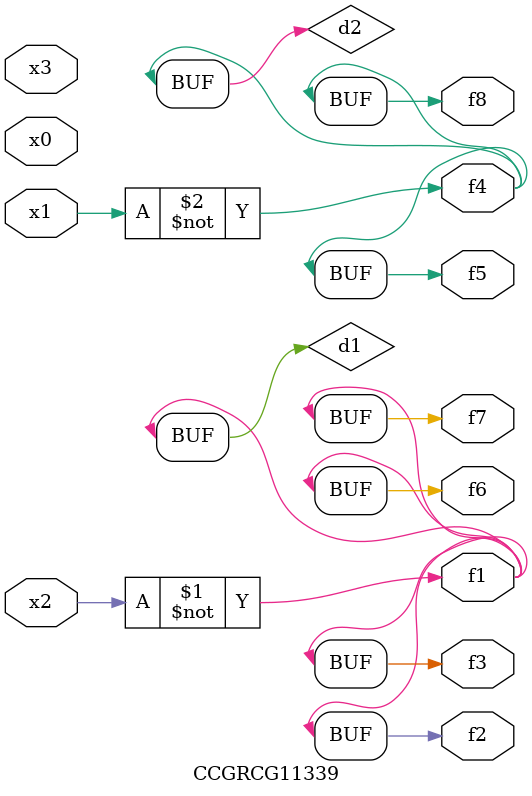
<source format=v>
module CCGRCG11339(
	input x0, x1, x2, x3,
	output f1, f2, f3, f4, f5, f6, f7, f8
);

	wire d1, d2;

	xnor (d1, x2);
	not (d2, x1);
	assign f1 = d1;
	assign f2 = d1;
	assign f3 = d1;
	assign f4 = d2;
	assign f5 = d2;
	assign f6 = d1;
	assign f7 = d1;
	assign f8 = d2;
endmodule

</source>
